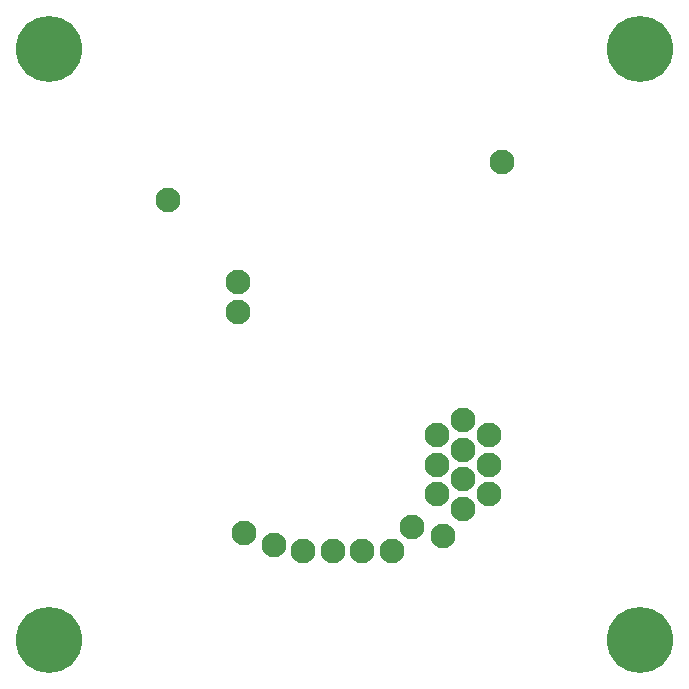
<source format=gbr>
%TF.GenerationSoftware,KiCad,Pcbnew,7.0.1*%
%TF.CreationDate,2023-12-31T16:06:07+00:00*%
%TF.ProjectId,watch_test_rig_support,77617463-685f-4746-9573-745f7269675f,rev?*%
%TF.SameCoordinates,Original*%
%TF.FileFunction,Copper,L1,Top*%
%TF.FilePolarity,Positive*%
%FSLAX46Y46*%
G04 Gerber Fmt 4.6, Leading zero omitted, Abs format (unit mm)*
G04 Created by KiCad (PCBNEW 7.0.1) date 2023-12-31 16:06:07*
%MOMM*%
%LPD*%
G01*
G04 APERTURE LIST*
%TA.AperFunction,ComponentPad*%
%ADD10C,2.100000*%
%TD*%
%TA.AperFunction,ComponentPad*%
%ADD11C,3.600000*%
%TD*%
%TA.AperFunction,ConnectorPad*%
%ADD12C,5.600000*%
%TD*%
G04 APERTURE END LIST*
D10*
%TO.P,PP122,1,1*%
%TO.N,unconnected-(PP122-Pad1)*%
X157800000Y-103200000D03*
%TD*%
%TO.P,PP121,1,1*%
%TO.N,unconnected-(PP121-Pad1)*%
X160000000Y-101950000D03*
%TD*%
%TO.P,PP120,1,1*%
%TO.N,unconnected-(PP120-Pad1)*%
X160000000Y-99450000D03*
%TD*%
%TO.P,PP119,1,1*%
%TO.N,unconnected-(PP119-Pad1)*%
X141000000Y-87750000D03*
%TD*%
%TO.P,PP118,1,1*%
%TO.N,unconnected-(PP118-Pad1)*%
X149000000Y-110500000D03*
%TD*%
%TO.P,PP117,1,1*%
%TO.N,unconnected-(PP117-Pad1)*%
X158300000Y-109200000D03*
%TD*%
%TO.P,PP116,1,1*%
%TO.N,unconnected-(PP116-Pad1)*%
X160000000Y-104450000D03*
%TD*%
%TO.P,PP115,1,1*%
%TO.N,unconnected-(PP115-Pad1)*%
X157800000Y-105700000D03*
%TD*%
%TO.P,PP114,1,1*%
%TO.N,unconnected-(PP114-Pad1)*%
X162200000Y-100700000D03*
%TD*%
%TO.P,PP113,1,1*%
%TO.N,unconnected-(PP113-Pad1)*%
X141000000Y-90300000D03*
%TD*%
%TO.P,PP112,1,1*%
%TO.N,unconnected-(PP112-Pad1)*%
X146500000Y-110500000D03*
%TD*%
%TO.P,PP111,1,1*%
%TO.N,unconnected-(PP111-Pad1)*%
X154000000Y-110500000D03*
%TD*%
%TO.P,PP110,1,1*%
%TO.N,unconnected-(PP110-Pad1)*%
X162200000Y-103200000D03*
%TD*%
%TO.P,PP109,1,1*%
%TO.N,unconnected-(PP109-Pad1)*%
X160000000Y-106950000D03*
%TD*%
%TO.P,PP108,1,1*%
%TO.N,unconnected-(PP108-Pad1)*%
X157800000Y-100700000D03*
%TD*%
%TO.P,PP107,1,1*%
%TO.N,unconnected-(PP107-Pad1)*%
X163300000Y-77600000D03*
%TD*%
%TO.P,PP106,1,1*%
%TO.N,unconnected-(PP106-Pad1)*%
X144000000Y-110000000D03*
%TD*%
%TO.P,PP105,1,1*%
%TO.N,unconnected-(PP105-Pad1)*%
X151500000Y-110500000D03*
%TD*%
%TO.P,PP104,1,1*%
%TO.N,unconnected-(PP104-Pad1)*%
X141500000Y-109000000D03*
%TD*%
%TO.P,PP103,1,1*%
%TO.N,unconnected-(PP103-Pad1)*%
X155700000Y-108500000D03*
%TD*%
%TO.P,PP102,1,1*%
%TO.N,unconnected-(PP102-Pad1)*%
X162200000Y-105700000D03*
%TD*%
%TO.P,PP101,1,1*%
%TO.N,unconnected-(PP101-Pad1)*%
X135000000Y-80800000D03*
%TD*%
D11*
%TO.P,H104,1,1*%
%TO.N,unconnected-(H104-Pad1)*%
X175000000Y-118000000D03*
D12*
X175000000Y-118000000D03*
%TD*%
D11*
%TO.P,H102,1,1*%
%TO.N,unconnected-(H102-Pad1)*%
X125000000Y-68000000D03*
D12*
X125000000Y-68000000D03*
%TD*%
D11*
%TO.P,H101,1,1*%
%TO.N,unconnected-(H101-Pad1)*%
X175000000Y-68000000D03*
D12*
X175000000Y-68000000D03*
%TD*%
D11*
%TO.P,H103,1,1*%
%TO.N,unconnected-(H103-Pad1)*%
X125000000Y-118000000D03*
D12*
X125000000Y-118000000D03*
%TD*%
M02*

</source>
